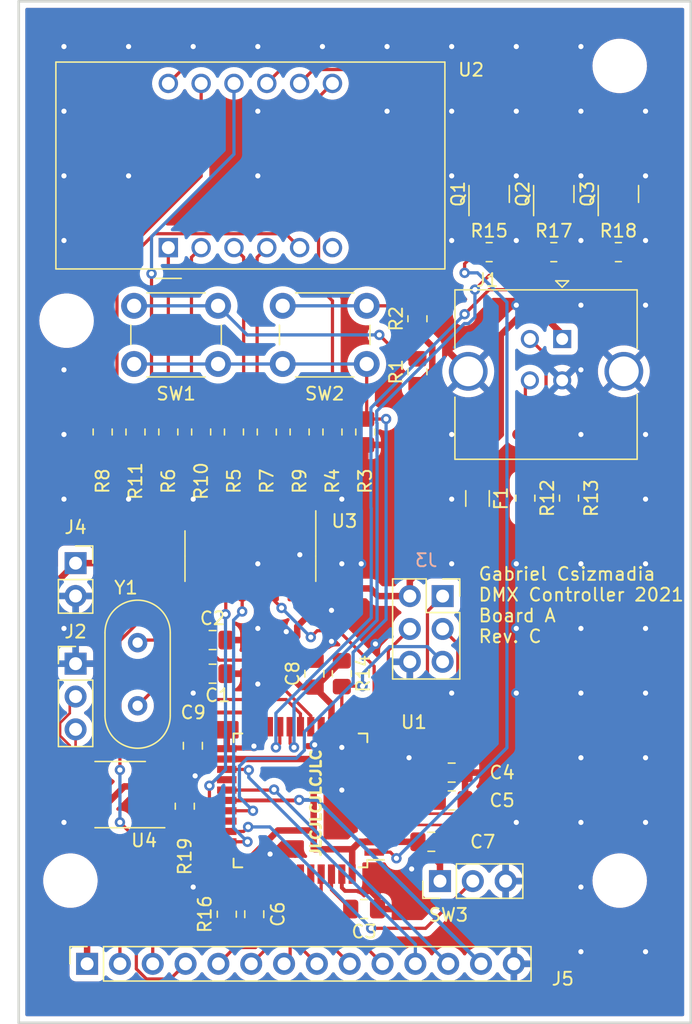
<source format=kicad_pcb>
(kicad_pcb (version 20210424) (generator pcbnew)
  (title_block (title "8 Channel DMX Controller Board 2") (rev "B") (comment 1 "Open source at GitHub: https://github.com/Gabriel-06/dmx-controller/") (comment 2 "Copyright 2021 Gabriel Csizmadia"))
  (layers (0 "F.Cu" signal) (31 "B.Cu" signal) (34 "B.Paste" user) (35 "F.Paste" user) (36 "B.SilkS" user "B.Silkscreen") (37 "F.SilkS" user "F.Silkscreen") (38 "B.Mask" user) (39 "F.Mask" user) (44 "Edge.Cuts" user))
  (net 0 "")
  (net 1 "Net-(C1-Pad1)")
  (net 2 "GND")
  (net 3 "Net-(C2-Pad1)")
  (net 4 "Net-(C3-Pad1)")
  (net 5 "Net-(C5-Pad1)")
  (net 6 "/XLR-")
  (net 7 "/XLR+")
  (net 8 "+5V")
  (net 9 "MISO")
  (net 10 "SCLK")
  (net 11 "RESET")
  (net 12 "A8")
  (net 13 "A0")
  (net 14 "A1")
  (net 15 "A2")
  (net 16 "A3")
  (net 17 "A4")
  (net 18 "A5")
  (net 19 "A6")
  (net 20 "A7")
  (net 21 "RCLK")
  (net 22 "MOSI")
  (net 23 "SRCLK")
  (net 24 "SER")
  (net 25 "Net-(F1-Pad1)")
  (net 26 "Net-(J1-Pad2)")
  (net 27 "A9")
  (net 28 "7SEG_B")
  (net 29 "Net-(J1-Pad3)")
  (net 30 "7SEG_D")
  (net 31 "Net-(R1-Pad2)")
  (net 32 "7SEG_F")
  (net 33 "Net-(R2-Pad2)")
  (net 34 "7SEG_DP")
  (net 35 "Net-(R4-Pad2)")
  (net 36 "7SEG_A")
  (net 37 "Net-(R5-Pad2)")
  (net 38 "7SEG_C")
  (net 39 "Net-(R6-Pad2)")
  (net 40 "7SEG_E")
  (net 41 "Net-(R7-Pad2)")
  (net 42 "7SEG_G")
  (net 43 "Net-(R8-Pad2)")
  (net 44 "Net-(R9-Pad2)")
  (net 45 "D+")
  (net 46 "D-")
  (net 47 "Net-(R10-Pad2)")
  (net 48 "Net-(R11-Pad2)")
  (net 49 "Net-(R16-Pad1)")
  (net 50 "CA3")
  (net 51 "Net-(SW3-Pad2)")
  (net 53 "CA2")
  (net 54 "CA1")
  (net 55 "Net-(U1-Pad12)")
  (net 57 "Net-(U1-Pad21)")
  (net 60 "Net-(Q1-Pad3)")
  (net 61 "Net-(Q2-Pad3)")
  (net 62 "Net-(Q3-Pad3)")
  (net 63 "Net-(Q1-Pad1)")
  (net 64 "Net-(Q2-Pad1)")
  (net 65 "Net-(Q3-Pad1)")
  (net 66 "Net-(R19-Pad1)")
  (footprint "MountingHole:MountingHole_3.2mm_M3" (layer "F.Cu") (at 210.5 129)
    (fp_text reference "H2" hide)
    (fp_text value "MountingHole")
  )
  (footprint "Package_TO_SOT_SMD:SOT-23" (layer "F.Cu") (at 205.4 138.9 90)
    (fp_text reference "Q2")
    (fp_text value "BC817")
  )
  (footprint "Capacitor_SMD:C_0805_2012Metric_Pad1.18x1.45mm_HandSolder" (layer "F.Cu") (at 186.875 176 90)
    (fp_text reference "C8")
    (fp_text value "100nF")
  )
  (footprint "Connector_PinSocket_2.54mm:PinSocket_1x14_P2.54mm_Vertical" (layer "F.Cu") (at 169.29 198.4375 90)
    (fp_text reference "J5")
    (fp_text value "Conn_01x14")
  )
  (footprint "Resistor_SMD:R_0805_2012Metric_Pad1.20x1.40mm_HandSolder" (layer "F.Cu") (at 189 176 -90)
    (fp_text reference "R14")
    (fp_text value "10k")
  )
  (footprint "Button_Switch_THT:SW_PUSH_6mm_H13mm" (layer "F.Cu") (at 190.925 152.05 180)
    (fp_text reference "SW2")
    (fp_text value "Down")
  )
  (footprint "Capacitor_SMD:C_0805_2012Metric_Pad1.18x1.45mm_HandSolder" (layer "F.Cu") (at 197.5 185.8)
    (fp_text reference "C5")
    (fp_text value "1uF")
  )
  (footprint "Connector_USB:USB_B_USB-B02" (layer "F.Cu") (at 206.05 150.1175)
    (fp_text reference "J1")
    (fp_text value "USB_B")
  )
  (footprint "Package_QFP:TQFP-44_10x10mm_P0.8mm" (layer "F.Cu") (at 185.8 185.8 180)
    (fp_text reference "U1")
    (fp_text value "ATmega32U4-A-Arduino")
  )
  (footprint "Capacitor_SMD:C_0805_2012Metric_Pad1.18x1.45mm_HandSolder" (layer "F.Cu") (at 182.225 194.6 -90)
    (fp_text reference "C6")
    (fp_text value "100nF")
  )
  (footprint "Package_SO:SOP-8_3.9x4.9mm_P1.27mm" (layer "F.Cu") (at 171.85 185.35 180)
    (fp_text reference "U4")
    (fp_text value "MAX485E")
  )
  (footprint "Resistor_SMD:R_0805_2012Metric_Pad1.20x1.40mm_HandSolder" (layer "F.Cu") (at 176.85 186.25 90)
    (fp_text reference "R19")
    (fp_text value "100")
  )
  (footprint "Display_7Segment:SP420401N" (layer "F.Cu") (at 175.575 143.05 90)
    (fp_text reference "U2")
    (fp_text value "SP420401N")
  )
  (footprint "Resistor_SMD:R_0805_2012Metric_Pad1.20x1.40mm_HandSolder" (layer "F.Cu") (at 173.035 157.306856 90)
    (fp_text reference "R11")
    (fp_text value "120")
  )
  (footprint "Resistor_SMD:R_0805_2012Metric_Pad1.20x1.40mm_HandSolder" (layer "F.Cu") (at 180.1 194.6 -90)
    (fp_text reference "R16")
    (fp_text value "10k")
  )
  (footprint "Resistor_SMD:R_0805_2012Metric_Pad1.20x1.40mm_HandSolder" (layer "F.Cu") (at 188.275 157.306856 90)
    (fp_text reference "R4")
    (fp_text value "120")
  )
  (footprint "Resistor_SMD:R_0805_2012Metric_Pad1.20x1.40mm_HandSolder" (layer "F.Cu") (at 194.85 152.65 90)
    (fp_text reference "R1")
    (fp_text value "9k")
  )
  (footprint "Resistor_SMD:R_0805_2012Metric_Pad1.20x1.40mm_HandSolder" (layer "F.Cu") (at 185.735 157.306856 90)
    (fp_text reference "R9")
    (fp_text value "120")
  )
  (footprint "Resistor_SMD:R_0805_2012Metric_Pad1.20x1.40mm_HandSolder" (layer "F.Cu") (at 180.655 157.306856 90)
    (fp_text reference "R5")
    (fp_text value "120")
  )
  (footprint "Resistor_SMD:R_0805_2012Metric_Pad1.20x1.40mm_HandSolder" (layer "F.Cu") (at 206.58 162.425 90)
    (fp_text reference "R13")
    (fp_text value "22")
  )
  (footprint "Capacitor_SMD:C_0805_2012Metric_Pad1.18x1.45mm_HandSolder" (layer "F.Cu") (at 179 173.4)
    (fp_text reference "C2")
    (fp_text value "22pf")
  )
  (footprint "MountingHole:MountingHole_3.2mm_M3" (layer "F.Cu") (at 210.5 192)
    (fp_text reference "H4" hide)
    (fp_text value "MountingHole")
  )
  (footprint "Package_TO_SOT_SMD:SOT-23" (layer "F.Cu") (at 200.4 138.9 90)
    (fp_text reference "Q1")
    (fp_text value "BC817")
  )
  (footprint "Resistor_SMD:R_0805_2012Metric_Pad1.20x1.40mm_HandSolder" (layer "F.Cu") (at 170.495 157.306856 90)
    (fp_text reference "R8")
    (fp_text value "120")
  )
  (footprint "Capacitor_SMD:C_0805_2012Metric_Pad1.18x1.45mm_HandSolder" (layer "F.Cu") (at 190.725 194.2)
    (fp_text reference "C3")
    (fp_text value "100nF")
  )
  (footprint "Resistor_SMD:R_0805_2012Metric_Pad1.20x1.40mm_HandSolder" (layer "F.Cu") (at 203.2 162.425 -90)
    (fp_text reference "R12")
    (fp_text value "22")
  )
  (footprint "Connector_PinSocket_2.54mm:PinSocket_1x02_P2.54mm_Vertical" (layer "F.Cu") (at 168.4 167.45)
    (fp_text reference "J4")
    (fp_text value "Battery")
  )
  (footprint "Crystal:Crystal_HC49-4H_Vertical" (layer "F.Cu") (at 173.2 178.48 90)
    (fp_text reference "Y1")
    (fp_text value "16MHz")
  )
  (footprint "MountingHole:MountingHole_3.2mm_M3" (layer "F.Cu") (at 168 192)
    (fp_text reference "H3" hide)
    (fp_text value "MountingHole")
  )
  (footprint "Resistor_SMD:R_0805_2012Metric_Pad1.20x1.40mm_HandSolder" (layer "F.Cu") (at 183.195 157.306856 90)
    (fp_text reference "R7")
    (fp_text value "120")
  )
  (footprint "Capacitor_SMD:C_0805_2012Metric_Pad1.18x1.45mm_HandSolder" (layer "F.Cu") (at 197.5 183.65)
    (fp_text reference "C4")
    (fp_text value "10uF")
  )
  (footprint "Capacitor_SMD:C_0805_2012Metric_Pad1.18x1.45mm_HandSolder" (layer "F.Cu") (at 179 176)
    (fp_text reference "C1")
    (fp_text value "22pf")
  )
  (footprint "Resistor_SMD:R_0805_2012Metric_Pad1.20x1.40mm_HandSolder" (layer "F.Cu") (at 178.115 157.306856 90)
    (fp_text reference "R10")
    (fp_text value "120")
  )
  (footprint "MountingHole:MountingHole_3.2mm_M3" (layer "F.Cu") (at 167.7 148.7)
    (fp_text reference "H1" hide)
    (fp_text value "MountingHole")
  )
  (footprint "Connector_PinHeader_2.54mm:PinHeader_1x03_P2.54mm_Vertical" (layer "F.Cu") (at 196.595 192.04 90)
    (fp_text reference "SW3")
    (fp_text value "Mode Switch")
  )
  (footprint "Resistor_SMD:R_0805_2012Metric_Pad1.20x1.40mm_HandSolder" (layer "F.Cu") (at 194.85 148.55 90)
    (fp_text reference "R2")
    (fp_text value "10k")
  )
  (footprint "Resistor_SMD:R_0805_2012Metric_Pad1.20x1.40mm_HandSolder" (layer "F.Cu") (at 205.4 143.4)
    (fp_text reference "R17")
    (fp_text value "4k")
  )
  (footprint "Resistor_SMD:R_0805_2012Metric_Pad1.20x1.40mm_HandSolder" (layer "F.Cu") (at 200.4 143.4)
    (fp_text reference "R15")
    (fp_text value "4k")
  )
  (footprint "Resistor_SMD:R_0805_2012Metric_Pad1.20x1.40mm_HandSolder" (layer "F.Cu") (at 210.4 143.4)
    (fp_text reference "R18")
    (fp_text value "4k")
  )
  (footprint "Connector_PinSocket_2.54mm:PinSocket_2x03_P2.54mm_Vertical" (layer "F.Cu") (at 196.8 170)
    (fp_text reference "J3")
    (fp_text value "ICSP")
  )
  (footprint "Button_Switch_THT:SW_PUSH_6mm_H13mm" (layer "F.Cu") (at 179.425 152.05 180)
    (fp_text reference "SW1")
    (fp_text value "Up")
  )
  (footprint "Resistor_SMD:R_0805_2012Metric_Pad1.20x1.40mm_HandSolder" (layer "F.Cu") (at 175.575 157.306856 90)
    (fp_text reference "R6")
    (fp_text value "120")
  )
  (footprint "Connector_PinHeader_2.54mm:PinHeader_1x03_P2.54mm_Vertical" (layer "F.Cu") (at 168.4 175.225)
    (fp_text reference "J2")
    (fp_text value "XLR5")
  )
  (footprint "Capacitor_SMD:C_0805_2012Metric_Pad1.18x1.45mm_HandSolder" (layer "F.Cu") (at 195.925 189)
    (fp_text reference "C7")
    (fp_text value "100nF")
  )
  (footprint "Fuse:Fuse_1206_3216Metric_Pad1.42x1.75mm_HandSolder" (layer "F.Cu") (at 199.5 162.45 -90)
    (fp_text reference "F1")
    (fp_text value "500mA")
  )
  (footprint "Package_SO:SOP-16_3.9x9.9mm_P1.27mm" (layer "F.Cu") (at 181.925 166.906856 -90)
    (fp_text reference "U3")
    (fp_text value "74HC595")
  )
  (footprint "Capacitor_SMD:C_0805_2012Metric_Pad1.18x1.45mm_HandSolder" (layer "F.Cu") (at 177.475 181.575 90)
    (fp_text reference "C9")
    (fp_text value "100nF")
  )
  (footprint "Package_TO_SOT_SMD:SOT-23" (layer "F.Cu") (at 210.4 138.9 90)
    (fp_text reference "Q3")
    (fp_text value "BC817")
  )
  (footprint "Resistor_SMD:R_0805_2012Metric_Pad1.20x1.40mm_HandSolder" (layer "F.Cu") (at 190.815 157.306856 -90)
    (fp_text reference "R3")
    (fp_text value "100k")
  )
  (gr_line (start 216 124) (end 216 203) (layer "Edge.Cuts") (width 0.2))
  (gr_line (start 216 203) (end 164 203) (layer "Edge.Cuts") (width 0.2))
  (gr_line (start 164 203) (end 164 124) (layer "Edge.Cuts") (width 0.2))
  (gr_line (start 164 124) (end 216 124) (layer "Edge.Cuts") (width 0.2))
  (gr_text "JLCJLCJLCJLC\n" (at 187 186 90) (layer "F.SilkS") (effects (font (size 0.8 0.8) (thickness 0.2))))
  (gr_text "Gabriel Csizmadia\nDMX Controller 2021\nBoard A\nRev. C" (at 199.491589 170.7) (layer "F.SilkS") (effects (font (size 1 1)) (justify left)))
  (segment (start 185.8 180.1) (end 185.8 179.1) (width 0.25) (layer "F.Cu") (net 1))
  (segment (start 184.7 178) (end 179.2375 178) (width 0.25) (layer "F.Cu") (net 1))
  (segment (start 175.68 176) (end 173.2 178.48) (width 0.25) (layer "F.Cu") (net 1))
  (segment (start 185.8 179.1) (end 184.7 178) (width 0.25) (layer "F.Cu") (net 1))
  (segment (start 177.9625 176.725) (end 177.9625 176) (width 0.25) (layer "F.Cu") (net 1))
  (segment (start 177.9625 176) (end 175.68 176) (width 0.25) (layer "F.Cu") (net 1))
  (segment (start 177.9625 176.03654) (end 177.9625 176.2) (width 0.25) (layer "F.Cu") (net 1))
  (segment (start 179.2375 178) (end 177.9625 176.725) (width 0.25) (layer "F.Cu") (net 1))
  (segment (start 186.7 181.7) (end 187.4 181) (width 0.3) (layer "F.Cu") (net 2))
  (segment (start 189 185.15) (end 189 185) (width 0.3) (layer "F.Cu") (net 2))
  (segment (start 191.5 186.6) (end 190.45 186.6) (width 0.3) (layer "F.Cu") (net 2))
  (segment (start 189.25 192.8) (end 191.1 192.8) (width 0.3) (layer "F.Cu") (net 2))
  (segment (start 174.475 185.985) (end 176.115 185.985) (width 0.3) (layer "F.Cu") (net 2))
  (segment (start 183.225978 189.95) (end 182.6 190.575978) (width 0.3) (layer "F.Cu") (net 2))
  (segment (start 191.7625 193.4625) (end 191.7625 194.2) (width 0.3) (layer "F.Cu") (net 2))
  (segment (start 182 181.8) (end 182.2 181.6) (width 0.3) (layer "F.Cu") (net 2))
  (segment (start 178.7375 181.8) (end 177.475 180.5375) (width 0.3) (layer "F.Cu") (net 2))
  (segment (start 186.875 174.825) (end 188.2 173.5) (width 0.3) (layer "F.Cu") (net 2))
  (segment (start 189 192.55) (end 189.25 192.8) (width 0.3) (layer "F.Cu") (net 2))
  (segment (start 190.45 186.6) (end 189 185.15) (width 0.3) (layer "F.Cu") (net 2))
  (segment (start 176.85 185.25) (end 176.85 184.7) (width 0.3) (layer "F.Cu") (net 2))
  (segment (start 187.4 181) (end 187.4 180.1) (width 0.3) (layer "F.Cu") (net 2))
  (segment (start 176.85 184.7) (end 177.65 183.9) (width 0.3) (layer "F.Cu") (net 2))
  (segment (start 176.115 185.985) (end 176.85 185.25) (width 0.3) (layer "F.Cu") (net 2))
  (segment (start 180.1 181.8) (end 182 181.8) (width 0.3) (layer "F.Cu") (net 2))
  (segment (start 183.45 189.95) (end 183.225978 189.95) (width 0.3) (layer "F.Cu") (net 2))
  (segment (start 180.1 181.8) (end 178.7375 181.8) (width 0.3) (layer "F.Cu") (net 2))
  (segment (start 189 191.5) (end 189 192.55) (width 0.3) (layer "F.Cu") (net 2))
  (segment (start 186.875 174.9625) (end 186.875 174.825) (width 0.3) (layer "F.Cu") (net 2))
  (segment (start 182.6 190.575978) (end 182.6 191.5) (width 0.3) (layer "F.Cu") (net 2))
  (segment (start 191.1 192.8) (end 191.7625 193.4625) (width 0.3) (layer "F.Cu") (net 2))
  (via (at 212.5 177.5) (size 0.8) (drill 0.4) (layers "F.Cu" "B.Cu") (net 2))
  (via (at 186.9 181.5) (size 0.8) (drill 0.4) (layers "F.Cu" "B.Cu") (net 2))
  (via (at 207.5 182.5) (size 0.8) (drill 0.4) (layers "F.Cu" "B.Cu") (net 2))
  (via (at 185.75 166.8) (size 0.8) (drill 0.4) (layers "F.Cu" "B.Cu") (net 2))
  (via (at 202.5 187.5) (size 0.8) (drill 0.4) (layers "F.Cu" "B.Cu") (net 2))
  (via (at 189 181.7) (size 0.8) (drill 0.4) (layers "F.Cu" "B.Cu") (net 2))
  (via (at 212.5 132.5) (size 0.8) (drill 0.4) (layers "F.Cu" "B.Cu") (net 2))
  (via (at 207.5 177.5) (size 0.8) (drill 0.4) (layers "F.Cu" "B.Cu") (net 2))
  (via (at 190.5 167.5) (size 0.8) (drill 0.4) (layers "F.Cu" "B.Cu") (net 2))
  (via (at 172.5 162.5) (size 0.8) (drill 0.4) (layers "F.Cu" "B.Cu") (net 2))
  (via (at 172.5 137.5) (size 0.8) (drill 0.4) (layers "F.Cu" "B.Cu") (net 2))
  (via (at 197.5 127.5) (size 0.8) (drill 0.4) (layers "F.Cu" "B.Cu") (net 2))
  (via (at 189 185) (size 0.8) (drill 0.4) (layers "F.Cu" "B.Cu") (net 2))
  (via (at 207.5 157.5) (size 0.8) (drill 0.4) (layers "F.Cu" "B.Cu") (net 2))
  (via (at 182.5 137.5) (size 0.8) (drill 0.4) (layers "F.Cu" "B.Cu") (net 2))
  (via (at 197.5 177.5) (size 0.8) (drill 0.4) (layers "F.Cu" "B.Cu") (net 2))
  (via (at 207.5 187.5) (size 0.8) (drill 0.4) (layers "F.Cu" "B.Cu") (net 2))
  (via (at 197.5 132.5) (size 0.8) (drill 0.4) (layers "F.Cu" "B.Cu") (net 2))
  (via (at 197.5 142.5) (size 0.8) (drill 0.4) (layers "F.Cu" "B.Cu") (net 2))
  (via (at 182.2 181.6) (size 0.8) (drill 0.4) (layers "F.Cu" "B.Cu") (net 2))
  (via (at 192.5 132.5) (size 0.8) (drill 0.4) (layers "F.Cu" "B.Cu") (net 2))
  (via (at 212.5 187.5) (size 0.8) (drill 0.4) (layers "F.Cu" "B.Cu") (net 2))
  (via (at 197.5 157.5) (size 0.8) (drill 0.4) (layers "F.Cu" "B.Cu") (net 2))
  (via (at 167.5 127.5) (size 0.8) (drill 0.4) (layers "F.Cu" "B.Cu") (net 2))
  (via (at 182.5 167.5) (size 0.8) (drill 0.4) (layers "F.Cu" "B.Cu") (net 2))
  (via (at 212.5 162.5) (size 0.8) (drill 0.4) (layers "F.Cu" "B.Cu") (net 2))
  (via (at 207.5 127.5) (size 0.8) (drill 0.4) (layers "F.Cu" "B.Cu") (net 2))
  (via (at 197.5 137.5) (size 0.8) (drill 0.4) (layers "F.Cu" "B.Cu") (net 2))
  (via (at 177.5 162.5) (size 0.8) (drill 0.4) (layers "F.Cu" "B.Cu") (net 2))
  (via (at 177.65 183.9) (size 0.8) (drill 0.4) (layers "F.Cu" "B.Cu") (net 2))
  (via (at 187.5 127.5) (size 0.8) (drill 0.4) (layers "F.Cu" "B.Cu") (net 2))
  (via (at 202.5 167.5) (size 0.8) (drill 0.4) (layers "F.Cu" "B.Cu") (net 2))
  (via (at 167.5 142.5) (size 0.8) (drill 0.4) (layers "F.Cu" "B.Cu") (net 2))
  (via (at 212.5 147.5) (size 0.8) (drill 0.4) (layers "F.Cu" "B.Cu") (net 2))
  (via (at 172.5 127.5) (size 0.8) (drill 0.4) (layers "F.Cu" "B.Cu") (net 2))
  (via (at 207.5 142.5) (size 0.8) (drill 0.4) (layers "F.Cu" "B.Cu") (net 2))
  (via (at 183.45 189.95) (size 0.8) (drill 0.4) (layers "F.Cu" "B.Cu") (net 2))
  (via (at 202.5 147.5) (size 0.8) (drill 0.4) (layers "F.Cu" "B.Cu") (net 2))
  (via (at 202.5 177.5) (size 0.8) (drill 0.4) (layers "F.Cu" "B.Cu") (net 2))
  (via (at 167.5 137.5) (size 0.8) (drill 0.4) (layers "F.Cu" "B.Cu") (net 2))
  (via (at 191.6 173.7) (size 0.8) (drill 0.4) (layers "F.Cu" "B.Cu") (net 2))
  (via (at 202.5 132.5) (size 0.8) (drill 0.4) (layers "F.Cu" "B.Cu") (net 2))
  (via (at 167.5 157.5) (size 0.8) (drill 0.4) (layers "F.Cu" "B.Cu") (net 2))
  (via (at 212.5 182.5) (size 0.8) (drill 0.4) (layers "F.Cu" "B.Cu") (net 2))
  (via (at 207.5 132.5) (size 0.8) (drill 0.4) (layers "F.Cu" "B.Cu") (net 2))
  (via (at 212.5 197.5) (size 0.8) (drill 0.4) (layers "F.Cu" "B.Cu") (net 2))
  (via (at 207.5 167.5) (size 0.8) (drill 0.4) (layers "F.Cu" "B.Cu") (net 2))
  (via (at 189 162.5) (size 0.8) (drill 0.4) (layers "F.Cu" "B.Cu") (net 2))
  (via (at 167.5 172.5) (size 0.8) (drill 0.4) (layers "F.Cu" "B.Cu") (net 2))
  (via (at 207.5 152.5) (size 0.8) (drill 0.4) (layers "F.Cu" "B.Cu") (net 2))
  (via (at 167.5 162.5) (size 0.8) (drill 0.4) (layers "F.Cu" "B.Cu") (net 2))
  (via (at 177.5 127.5) (size 0.8) (drill 0.4) (layers "F.Cu" "B.Cu") (net 2))
  (via (at 182.5 132.5) (size 0.8) (drill 0.4) (layers "F.Cu" "B.Cu") (net 2))
  (via (at 207.5 137.5) (size 0.8) (drill 0.4) (layers "F.Cu" "B.Cu") (net 2))
  (via (at 189 167.5) (size 0.8) (drill 0.4) (layers "F.Cu" "B.Cu") (net 2))
  (via (at 202.5 172.5) (size 0.8) (drill 0.4) (layers "F.Cu" "B.Cu") (net 2))
  (via (at 212.5 157.5) (size 0.8) (drill 0.4) (layers "F.Cu" "B.Cu") (net 2))
  (via (at 192.5 127.5) (size 0.8) (drill 0.4) (layers "F.Cu" "B.Cu") (net 2))
  (via (at 202.5 137.5) (size 0.8) (drill 0.4) (layers "F.Cu" "B.Cu") (net 2))
  (via (at 177.5 192.5) (size 0.8) (drill 0.4) (layers "F.Cu" "B.Cu") (net 2))
  (via (at 212.5 167.5) (size 0.8) (drill 0.4) (layers "F.Cu" "B.Cu") (net 2))
  (via (at 212.5 142.5) (size 0.8) (drill 0.4) (layers "F.Cu" "B.Cu") (net 2))
  (via (at 207.5 147.5) (size 0.8) (drill 0.4) (layers "F.Cu" "B.Cu") (net 2))
  (via (at 188.2 171.1) (size 0.8) (drill 0.4) (layers "F.Cu" "B.Cu") (net 2))
  (via (at 207.5 192.5) (size 0.8) (drill 0.4) (layers "F.Cu" "B.Cu") (net 2))
  (via (at 212.5 137.5) (size 0.8) (drill 0.4) (layers "F.Cu" "B.Cu") (net 2))
  (via (at 207.5 197.5) (size 0.8) (drill 0.4) (layers "F.Cu" "B.Cu") (net 2))
  (via (at 197.5 167.5) (size 0.8) (drill 0.4) (layers "F.Cu" "B.Cu") (net 2))
  (via (at 182.5 127.5) (size 0.8) (drill 0.4) (layers "F.Cu" "B.Cu") (net 2))
  (via (at 197.5 162.5) (size 0.8) (drill 0.4) (layers "F.Cu" "B.Cu") (net 2))
  (via (at 194.4 191.1) (size 0.8) (drill 0.4) (layers "F.Cu" "B.Cu") (net 2))
  (via (at 202.5 127.5) (size 0.8) (drill 0.4) (layers "F.Cu" "B.Cu") (net 2))
  (via (at 194.2 182.5) (size 0.8) (drill 0.4) (layers "F.Cu" "B.Cu") (net 2))
  (via (at 182.5 172.5) (size 0.8) (drill 0.4) (layers "F.Cu" "B.Cu") (net 2))
  (via (at 212.5 172.5) (size 0.8) (drill 0.4) (layers "F.Cu" "B.Cu") (net 2))
  (via (at 177.5 177.5) (size 0.8) (drill 0.4) (layers "F.Cu" "B.Cu") (net 2))
  (via (at 184.7 172.75) (size 0.8) (drill 0.4) (layers "F.Cu" "B.Cu") (net 2))
  (via (at 202.5 142.5) (size 0.8) (drill 0.4) (layers "F.Cu" "B.Cu") (net 2))
  (via (at 167.5 152.5) (size 0.8) (drill 0.4) (layers "F.Cu" "B.Cu") (net 2))
  (via (at 188.2 173.5) (size 0.8) (drill 0.4) (layers "F.Cu" "B.Cu") (net 2))
  (via (at 167.5 132.5) (size 0.8) (drill 0.4) (layers "F.Cu" "B.Cu") (net 2))
  (via (at 167.5 187.5) (size 0.8) (drill 0.4) (layers "F.Cu" "B.Cu") (net 2))
  (via (at 207.5 172.5) (size 0.8) (drill 0.4) (layers "F.Cu" "B.Cu") (net 2))
  (via (at 182.5 176.8) (size 0.8) (drill 0.4) (layers "F.Cu" "B.Cu") (net 2))
  (segment (start 177.9625 173.4) (end 179.51298 174.95048) (width 0.25) (layer "F.Cu") (net 3))
  (segment (start 173.4 173.4) (end 173.2 173.6) (width 0.25) (layer "F.Cu") (net 3))
  (segment (start 179.51298 174.95048) (end 182.286198 174.95048) (width 0.25) (layer "F.Cu") (net 3))
  (segment (start 182.286198 174.95048) (end 186.6 179.264282) (width 0.25) (layer "F.Cu") (net 3))
  (segment (start 177.9625 173.4) (end 173.4 173.4) (width 0.25) (layer "F.Cu") (net 3))
  (segment (start 186.6 179.264282) (end 186.6 180.1) (width 0.25) (layer "F.Cu") (net 3))
  (segment (start 188.2 192.7125) (end 189.6875 194.2) (width 0.25) (layer "F.Cu") (net 4))
  (segment (start 188.2 191.5) (end 188.2 192.7125) (width 0.25) (layer "F.Cu") (net 4))
  (segment (start 191.5 185.8) (end 196.4625 185.8) (width 0.25) (layer "F.Cu") (net 5))
  (segment (start 167.200489 179.808145) (end 167.95 179.058634) (width 0.2) (layer "F.Cu") (net 6))
  (segment (start 169.225 185.985) (end 168.60452 185.36452) (width 0.2) (layer "F.Cu") (net 6))
  (segment (start 168.05048 184.81048) (end 167.650489 184.410489) (width 0.2) (layer "F.Cu") (net 6))
  (segment (start 167.95 179.058634) (end 167.95 178.215) (width 0.2) (layer "F.Cu") (net 6))
  (segment (start 168.60452 185.36452) (end 168.33602 185.36452) (width 0.2) (layer "F.Cu") (net 6))
  (segment (start 168.05048 185.07898) (end 168.05048 184.81048) (width 0.2) (layer "F.Cu") (net 6))
  (segment (start 167.95 182.615828) (end 167.95 181.551366) (width 0.2) (layer "F.Cu") (net 6))
  (segment (start 168.33602 185.36452) (end 168.05048 185.07898) (width 0.2) (layer "F.Cu") (net 6))
  (segment (start 167.95 178.215) (end 168.4 177.765) (width 0.2) (layer "F.Cu") (net 6))
  (segment (start 167.650489 184.410489) (end 167.650489 182.915339) (width 0.2) (layer "F.Cu") (net 6))
  (segment (start 167.200489 180.801855) (end 167.200489 179.808145) (width 0.2) (layer "F.Cu") (net 6))
  (segment (start 167.650489 182.915339) (end 167.95 182.615828) (width 0.2) (layer "F.Cu") (net 6))
  (segment (start 167.95 181.551366) (end 167.200489 180.801855) (width 0.2) (layer "F.Cu") (net 6))
  (segment (start 168.356732 182.84548) (end 168.4 182.84548) (width 0.2) (layer "F.Cu") (net 7))
  (segment (start 169.225 184.715) (end 168.591397 184.715) (width 0.2) (layer "F.Cu") (net 7))
  (segment (start 168.10048 183.101732) (end 168.356732 182.84548) (width 0.2) (layer "F.Cu") (net 7))
  (segment (start 168.591397 184.715) (end 168.10048 184.224083) (width 0.2) (layer "F.Cu") (net 7))
  (segment (start 168.10048 184.224083) (end 168.10048 183.101732) (width 0.2) (layer "F.Cu") (net 7))
  (segment (start 168.4 182.84548) (end 168.4 180.305) (width 0.2) (layer "F.Cu") (net 7))
  (segment (start 188.2 181.401391) (end 188.2 180.1) (width 0.5) (layer "F.Cu") (net 8))
  (segment (start 181.8 190.375978) (end 184.051956 188.124022) (width 0.5) (layer "F.Cu") (net 8))
  (segment (start 196.595 192.04) (end 196.595 190.7075) (width 0.5) (layer "F.Cu") (net 8))
  (segment (start 187.001391 182.6) (end 188.2 181.401391) (width 0.5) (layer "F.Cu") (net 8))
  (segment (start 186.875 177.0375) (end 185.8625 177.0375) (width 0.5) (layer "F.Cu") (net 8))
  (segment (start 186.9625 177.0375) (end 189 175) (width 0.5) (layer "F.Cu") (net 8))
  (segment (start 195.99952 150.69952) (end 194.85 149.55) (width 0.5) (layer "F.Cu") (net 8))
  (segment (start 185.8625 177.0375) (end 185.075 176.25) (width 0.5) (layer "F.Cu") (net 8))
  (segment (start 185.075 176.25) (end 185.075 173.576391) (width 0.5) (layer "F.Cu") (net 8))
  (segment (start 186.824022 189.500978) (end 186.899022 189.575978) (width 0.5) (layer "F.Cu") (net 8))
  (segment (start 190.375978 189) (end 191.5 189) (width 0.5) (layer "F.Cu") (net 8))
  (segment (start 170.3 188.4) (end 170.3 188.33) (width 0.5) (layer "F.Cu") (net 8))
  (segment (start 172 194) (end 172 190.1) (width 0.5) (layer "F.Cu") (net 8))
  (segment (start 181.8 193.1375) (end 182.225 193.5625) (width 0.5) (layer "F.Cu") (net 8))
  (segment (start 186.37 169.406856) (end 191.206856 169.406856) (width 0.5) (layer "F.Cu") (net 8))
  (segment (start 174.475 184.715) (end 172.17492 184.715) (width 0.5) (layer "F.Cu") (net 8))
  (segment (start 172 190.1) (end 170.3 188.4) (width 0.5) (layer "F.Cu") (net 8))
  (segment (start 170.3 188.33) (end 169.225 187.255) (width 0.5) (layer "F.Cu") (net 8))
  (segment (start 196.4625 183.65) (end 199.5 180.6125) (width 0.5) (layer "F.Cu") (net 8))
  (segment (start 186.899022 189.575978) (end 189.8 189.575978) (width 0.5) (layer "F.Cu") (net 8))
  (segment (start 184.051956 188.124022) (end 186.824022 188.124022) (width 0.5) (layer "F.Cu") (net 8))
  (segment (start 199.5 163.9375) (end 194.9625 163.9375) (width 0.5) (layer "F.Cu") (net 8))
  (segment (start 174.475 184.715) (end 175.3725 184.715) (width 0.5) (layer "F.Cu") (net 8))
  (segment (start 186.824022 182.6) (end 186.824022 188.124022) (width 0.5) (layer "F.Cu") (net 8))
  (segment (start 168.81508 187.255) (end 169.225 187.255) (width 0.5) (layer "F.Cu") (net 8))
  (segment (start 186.824022 182.6) (end 187.001391 182.6) (width 0.5) (layer "F.Cu") (net 8))
  (segment (start 195.99952 152.50048) (end 195.99952 150.69952) (width 0.5) (layer "F.Cu") (net 8))
  (segment (start 178.75 168.406856) (end 177.793144 167.45) (width 0.5) (layer "F.Cu") (net 8))
  (segment (start 166.650489 169.199511) (end 166.650489 185.090409) (width 0.5) (layer "F.Cu") (net 8))
  (segment (start 191.5 185) (end 195.1125 185) (width 0.5) (layer "F.Cu") (net 8))
  (segment (start 177.793144 167.45) (end 168.4 167.45) (width 0.5) (layer "F.Cu") (net 8))
  (segment (start 172.17492 184.715) (end 169.63492 187.255) (width 0.5) (layer "F.Cu") (net 8))
  (segment (start 168.4 167.45) (end 166.650489 169.199511) (width 0.5) (layer "F.Cu") (net 8))
  (segment (start 169.29 198.4375) (end 169.29 196.71) (width 0.5) (layer "F.Cu") (net 8))
  (segment (start 185.075 173.576391) (end 185.549511 173.10188) (width 0.5) (layer "F.Cu") (net 8))
  (segment (start 178.75 169.406856) (end 178.75 168.406856) (width 0.5) (layer "F.Cu") (net 8))
  (segment (start 194.85 164.05) (end 194.85 168.2075) (width 0.5) (layer "F.Cu") (net 8))
  (segment (start 191.206856 169.406856) (end 191.8 170) (width 0.5) (layer "F.Cu") (net 8))
  (segment (start 186.37 171.53) (end 186.37 169.406856) (width 0.5) (layer "F.Cu") (net 8))
  (segment (start 186.824022 182.6) (end 180.1 182.6) (width 0.5) (layer "F.Cu") (net 8))
  (segment (start 185.549511 173.10188) (end 185.549511 172.350489) (width 0.5) (layer "F.Cu") (net 8))
  (segment (start 196.595 190.7075) (end 194.8875 189) (width 0.5) (layer "F.Cu") (net 8))
  (segment (start 186.824022 188.124022) (end 186.824022 189.500978) (width 0.5) (layer "F.Cu") (net 8))
  (segment (start 194.26 170) (end 194.26 168.7975) (width 0.5) (layer "F.Cu") (net 8))
  (segment (start 177.4875 182.6) (end 177.475 182.6125) (width 0.5) (layer "F.Cu") (net 8))
  (segment (start 185.549511 172.350489) (end 186.37 171.53) (width 0.5) (layer "F.Cu") (net 8))
  (segment (start 169.63492 187.255) (end 169.225 187.255) (width 0.5) (layer "F.Cu") (net 8))
  (segment (start 188.2 180.1) (end 188.2 178.3625) (width 0.5) (layer "F.Cu") (net 8))
  (segment (start 166.650489 185.090409) (end 168.81508 187.255) (width 0.5) (layer "F.Cu") (net 8))
  (segment (start 191.5 189) (end 194.8875 189) (width 0.5) (layer "F.Cu") (net 8))
  (segment (start 194.26 168.7975) (end 194.85 168.2075) (width 0.5) (layer "F.Cu") (net 8))
  (segment (start 199.5 180.6125) (end 199.5 163.9375) (width 0.5) (layer "F.Cu") (net 8))
  (segment (start 194.9625 163.9375) (end 194.85 164.05) (width 0.5) (layer "F.Cu") (net 8))
  (segment (start 186.875 177.0375) (end 186.9625 177.0375) (width 0.5) (layer "F.Cu") (net 8))
  (segment (start 191.8 170) (end 194.26 170) (width 0.5) (layer "F.Cu") (net 8))
  (segment (start 195.1125 185) (end 196.4625 183.65) (width 0.5) (layer "F.Cu") (net 8))
  (segment (start 189.8 191.5) (end 189.8 189.575978) (width 0.5) (layer "F.Cu") (net 8))
  (segment (start 194.85 153.65) (end 194.85 164.05) (width 0.5) (layer "F.Cu") (net 8))
  (segment (start 181.8 191.5) (end 181.8 193.1375) (width 0.5) (layer "F.Cu") (net 8))
  (segment (start 194.85 153.65) (end 195.99952 152.50048) (width 0.5) (layer "F.Cu") (net 8))
  (segment (start 169.29 196.71) (end 172 194) (width 0.5) (layer "F.Cu") (net 8))
  (segment (start 188.2 178.3625) (end 186.875 177.0375) (width 0.5) (layer "F.Cu") (net 8))
  (segment (start 175.3725 184.715) (end 177.475 182.6125) (width 0.5) (layer "F.Cu") (net 8))
  (segment (start 189.8 189.575978) (end 190.375978 189) (width 0.5) (layer "F.Cu") (net 8))
  (segment (start 180.1 182.6) (end 177.4875 182.6) (width 0.5) (layer "F.Cu") (net 8))
  (segment (start 181.8 191.5) (end 181.8 190.375978) (width 0.5) (layer "F.Cu") (net 8))
  (segment (start 191.5 181.8) (end 191.5 180.6625) (width 0.25) (layer "F.Cu") (net 9))
  (segment (start 191.5 180.6625) (end 194.21 177.9525) (width 0.25) (layer "F.Cu") (net 9))
  (segment (start 195.625489 171.174511) (end 195.625489 176.537011) (width 0.25) (layer "F.Cu") (net 9))
  (segment (start 196.8 170) (end 195.625489 171.174511) (width 0.25) (layer "F.Cu") (net 9))
  (segment (start 195.625489 176.537011) (end 194.21 177.9525) (width 0.25) (layer "F.Cu") (net 9))
  (segment (start 196.8 172.54) (end 197.974511 173.714511) (width 0.25) (layer "F.Cu") (net 10))
  (segment (start 197.974511 176.000875) (end 193 180.975386) (width 0.25) (layer "F.Cu") (net 10))
  (segment (start 193 180.975386) (end 193 182.6625) (width 0.25) (layer "F.Cu") (net 10))
  (segment (start 193 182.6625) (end 192.2625 183.4) (width 0.25) (layer "F.Cu") (net 10))
  (segment (start 197.974511 173.714511) (end 197.974511 176.000875) (width 0.25) (layer "F.Cu") (net 10))
  (segment (start 192.2625 183.4) (end 191.5 183.4) (width 0.25) (layer "F.Cu") (net 10))
  (segment (start 189 177) (end 189 180.1) (width 0.25) (layer "F.Cu") (net 11))
  (segment (start 189.0375 176.9625) (end 189 177) (width 0.25) (layer "F.Cu") (net 11))
  (segment (start 190.6 176.9625) (end 189.0375 176.9625) (width 0.25) (layer "F.Cu") (net 11))
  (via (at 190.6 176.9625) (size 0.8) (drill 0.4) (layers "F.Cu" "B.Cu") (net 11))
  (segment (start 196.8 175.08) (end 195.625489 173.905489) (width 0.25) (layer "B.Cu") (net 11))
  (segment (start 190.6 176) (end 190.6 176.9625) (width 0.25) (layer "B.Cu") (net 11))
  (segment (start 195.625489 173.905489) (end 192.694511 173.905489) (width 0.25) (layer "B.Cu") (net 11))
  (segment (start 192.694511 173.905489) (end 190.6 176) (width 0.25) (layer "B.Cu") (net 11))
  (segment (start 180.1 185.8) (end 181.6375 185.8) (width 0.3) (layer "F.Cu") (net 12))
  (segment (start 185.6625 185.8) (end 185.7 185.7625) (width 0.3) (layer "F.Cu") (net 12))
  (segment (start 181.6375 185.8) (end 185.6625 185.8) (width 0.3) (layer "F.Cu") (net 12))
  (via (at 185.7 185.7625) (size 0.8) (drill 0.4) (layers "F.Cu" "B.Cu") (net 12))
  (segment (start 187.095 185.7625) (end 199.77 198.4375) (width 0.3) (layer "B.Cu") (net 12))
  (segment (start 185.7 185.7625) (end 187.095 185.7625) (width 0.3) (layer "B.Cu") (net 12))
  (segment (start 180.7125 197.175) (end 179.45 198.4375) (width 0.25) (layer "F.Cu") (net 13))
  (segment (start 182.319566 197.175) (end 180.7125 197.175) (width 0.25) (layer "F.Cu") (net 13))
  (segment (start 183.4 196.094566) (end 182.319566 197.175) (width 0.25) (layer "F.Cu") (net 13))
  (segment (start 183.4 191.5) (end 183.4 196.094566) (width 0.25) (layer "F.Cu") (net 13))
  (segment (start 181.99 198.4375) (end 184.2 196.2275) (width 0.25) (layer "F.Cu") (net 14))
  (segment (start 184.2 196.2275) (end 184.2 191.5) (width 0.25) (layer "F.Cu") (net 14))
  (segment (start 184.53 198.4375) (end 185 197.9675) (width 0.25) (layer "F.Cu") (net 15))
  (segment (start 185 197.9675) (end 185 191.5) (width 0.25) (layer "F.Cu") (net 15))
  (segment (start 187.07 198.4375) (end 185.8 197.1675) (width 0.25) (layer "F.Cu") (net 16))
  (segment (start 185.8 197.1675) (end 185.8 191.5) (width 0.25) (layer "F.Cu") (net 16))
  (segment (start 186.6 195.4275) (end 186.6 191.5) (width 0.25) (layer "F.Cu") (net 17))
  (segment (start 189.61 198.4375) (end 186.6 195.4275) (width 0.25) (layer "F.Cu") (net 17))
  (segment (start 192.15 198.4375) (end 187.4 193.6875) (width 0.25) (layer "F.Cu") (net 18))
  (segment (start 187.4 193.6875) (end 187.4 191.5) (width 0.25) (layer "F.Cu") (net 18))
  (segment (start 180.1 183.4) (end 181.7505 183.4) (width 0.25) (layer "F.Cu") (net 19))
  (segment (start 181.7505 183.4) (end 181.8 183.4495) (width 0.25) (layer "F.Cu") (net 19))
  (via (at 181.8 183.4495) (size 0.8) (drill 0.4) (layers "F.Cu" "B.Cu") (net 19))
  (segment (start 194.69 196.922114) (end 194.69 198.4375) (width 0.25) (layer "B.Cu") (net 19))
  (segment (start 181.8 184.032114) (end 194.69 196.922114) (width 0.25) (layer "B.Cu") (net 19))
  (segment (start 181.8 183.4495) (end 181.8 184.032114) (width 0.25) (layer "B.Cu") (net 19))
  (segment (start 180.1 185) (end 183.7175 185) (width 0.25) (layer "F.Cu") (net 20))
  (segment (start 183.7175 185) (end 183.755 184.9625) (width 0.25) (layer "F.Cu") (net 20))
  (via (at 183.755 184.9625) (size 0.8) (drill 0.4) (layers "F.Cu" "B.Cu") (net 20))
  (segment (start 183.755 184.9625) (end 197.23 198.4375) (width 0.25) (layer "B.Cu") (net 20))
  (segment (start 181.29 169.406856) (end 181.29 171.19) (width 0.25) (layer "F.Cu") (net 21))
  (segment (start 174.37 193.73) (end 179.1 189) (width 0.25) (layer "F.Cu") (net 21))
  (segment (start 181.7 189) (end 180.1 189) (width 0.25) (layer "F.Cu") (net 21))
  (segment (start 174.37 198.4375) (end 174.37 193.73) (width 0.25) (layer "F.Cu") (net 21))
  (segment (start 179.1 189) (end 180.1 189) (width 0.25) (layer "F.Cu") (net 21))
  (via (at 181.29 171.19) (size 0.8) (drill 0.4) (layers "F.Cu" "B.Cu") (net 21))
  (via (at 181.7 189) (size 0.8) (drill 0.4) (layers "F.Cu" "B.Cu") (net 21))
  (segment (start 181.7 189) (end 180.625969 187.925969) (width 0.25) (layer "B.Cu") (net 21))
  (segment (start 180.625969 171.854031) (end 181.29 171.19) (width 0.25) (layer "B.Cu") (net 21))
  (segment (start 180.625969 187.925969) (end 180.625969 171.854031) (width 0.25) (layer "B.Cu") (net 21))
  (segment (start 192.6 174.2) (end 194.26 172.54) (width 0.25) (layer "F.Cu") (net 22))
  (segment (start 191.5 182.6) (end 190.625978 182.6) (width 0.25) (layer "F.Cu") (net 22))
  (segment (start 190.399511 182.373533) (end 190.399511 180.762989) (width 0.25) (layer "F.Cu") (net 22))
  (segment (start 190.625978 182.6) (end 190.399511 182.373533) (width 0.25) (layer "F.Cu") (net 22))
  (segment (start 192.6 178.5625) (end 192.6 174.2) (width 0.25) (layer "F.Cu") (net 22))
  (segment (start 190.399511 180.762989) (end 192.6 178.5625) (width 0.25) (layer "F.Cu") (net 22))
  (segment (start 176.91 198.4375) (end 175.735489 199.612011) (width 0.25) (layer "F.Cu") (net 23))
  (segment (start 175.735489 199.612011) (end 173.883501 199.612011) (width 0.25) (layer "F.Cu") (net 23))
  (segment (start 179.215836 184.2) (end 178.753816 184.66202) (width 0.25) (layer "F.Cu") (net 23))
  (segment (start 173.1 198.82851) (end 173.1 192.8) (width 0.25) (layer "F.Cu") (net 23))
  (segment (start 178.753816 184.66202) (end 178.753816 186.96575) (width 0.25) (layer "F.Cu") (net 23))
  (segment (start 173.883501 199.612011) (end 173.1 198.82851) (width 0.25) (layer "F.Cu") (net 23))
  (segment (start 178.753816 186.96575) (end 173.1 192.619566) (width 0.25) (layer "F.Cu") (net 23))
  (segment (start 180.1 184.2) (end 179.215836 184.2) (width 0.25) (layer "F.Cu") (net 23))
  (segment (start 180.02 171.38) (end 180 171.4) (width 0.25) (layer "F.Cu") (net 23))
  (segment (start 180.02 169.406856) (end 180.02 171.38) (width 0.25) (layer "F.Cu") (net 23))
  (segment (start 173.1 192.619566) (end 173.1 192.8) (width 0.25) (layer "F.Cu") (net 23))
  (via (at 178.753816 184.66202) (size 0.8) (drill 0.4) (layers "F.Cu" "B.Cu") (net 23))
  (via (at 180 171.4) (size 0.8) (drill 0.4) (layers "F.Cu" "B.Cu") (net 23))
  (segment (start 180 183.415836) (end 178.753816 184.66202) (width 0.25) (layer "B.Cu") (net 23))
  (segment (start 180 171.4) (end 180 183.415836) (width 0.25) (layer "B.Cu") (net 23))
  (segment (start 172.65048 188.31548) (end 172.65048 195.3) (width 0.25) (layer "F.Cu") (net 24))
  (segment (start 175.873555 169.406856) (end 177.48 169.406856) (width 0.25) (layer "F.Cu") (net 24))
  (segment (start 171.83 183.445) (end 171.83 173.450411) (width 0.25) (layer "F.Cu") (net 24))
  (segment (start 172.65048 195.3) (end 171.83 196.12048) (width 0.25) (layer "F.Cu") (net 24))
  (segment (start 171.83 196.12048) (end 171.83 198.4375) (width 0.25) (layer "F.Cu") (net 24))
  (segment (start 171.83 173.450411) (end 175.873555 169.406856) (width 0.25) (layer "F.Cu") (net 24))
  (segment (start 171.83 187.495) (end 172.65048 188.31548) (width 0.25) (layer "F.Cu") (net 24))
  (via (at 171.83 183.445) (size 0.8) (drill 0.4) (layers "F.Cu" "B.Cu") (net 24))
  (via (at 171.83 187.495) (size 0.8) (drill 0.4) (layers "F.Cu" "B.Cu") (net 24))
  (segment (start 171.83 187.495) (end 171.83 183.445) (width 0.25) (layer "B.Cu") (net 24))
  (segment (start 199.5 160.9625) (end 199.5 159.3) (width 0.5) (layer "F.Cu") (net 25))
  (segment (start 199.5 159.3) (end 201.3 157.5) (width 0.5) (layer "F.Cu") (net 25))
  (segment (start 201.3 149.8) (end 202.6 148.5) (width 0.5) (layer "F.Cu") (net 25))
  (segment (start 201.3 157.5) (end 201.3 149.8) (width 0.5) (layer "F.Cu") (net 25))
  (segment (start 206.05 149.75) (end 206.05 150.1175) (width 0.5) (layer "F.Cu") (net 25))
  (segment (start 202.6 148.5) (end 204.8 148.5) (width 0.5) (layer "F.Cu") (net 25))
  (segment (start 204.8 148.5) (end 206.05 149.75) (width 0.5) (layer "F.Cu") (net 25))
  (segment (start 204.8 154.4) (end 206.58 156.18) (width 0.25) (layer "F.Cu") (net 26))
  (segment (start 204.8 151.3675) (end 204.8 154.4) (width 0.25) (layer "F.Cu") (net 26))
  (segment (start 206.58 156.18) (end 206.58 161.425) (width 0.25) (layer "F.Cu") (net 26))
  (segment (start 203.55 150.1175) (end 204.8 151.3675) (width 0.25) (layer "F.Cu") (net 26))
  (segment (start 182.125 186.6) (end 180.1 186.6) (width 0.25) (layer "F.Cu") (net 27))
  (segment (start 192.418144 156.306856) (end 192.425 156.3) (width 0.25) (layer "F.Cu") (net 27))
  (segment (start 190.925 156.196856) (end 190.815 156.306856) (width 0.25) (layer "F.Cu") (net 27))
  (segment (start 190.815 156.306856) (end 192.418144 156.306856) (width 0.25) (layer "F.Cu") (net 27))
  (segment (start 190.925 152.05) (end 190.925 156.196856) (width 0.25) (layer "F.Cu") (net 27))
  (via (at 192.425 156.3) (size 0.8) (drill 0.4) (layers "F.Cu" "B.Cu") (net 27))
  (via (at 182.125 186.6) (size 0.8) (drill 0.4) (layers "F.Cu" "B.Cu") (net 27))
  (segment (start 181.075489 183.149397) (end 181.674886 182.55) (width 0.25) (layer "B.Cu") (net 27))
  (segment (start 189.875489 174.349397) (end 192.425 171.799886) (width 0.25) (layer "B.Cu") (net 27))
  (segment (start 179.425 152.05) (end 184.425 152.05) (width 0.25) (layer "B.Cu") (net 27))
  (segment (start 182.125 186.6) (end 181.075489 185.550489) (width 0.25) (layer "B.Cu") (net 27))
  (segment (start 185.474614 182.55) (end 186.1 181.924614) (width 0.25) (layer "B.Cu") (net 27))
  (segment (start 181.075489 185.550489) (end 181.075489 183.149397) (width 0.25) (layer "B.Cu") (net 27))
  (segment (start 181.674886 182.55) (end 185.474614 182.55) (width 0.25) (layer "B.Cu") (net 27))
  (segment (start 189.875489 174.349397) (end 189.875489 176.724511) (width 0.25) (layer "B.Cu") (net 27))
  (segment (start 192.425 171.799886) (end 192.425 156.3) (width 0.25) (layer "B.Cu") (net 27))
  (segment (start 186.1 181.924614) (end 186.1 180.5) (width 0.25) (layer "B.Cu") (net 27))
  (segment (start 184.425 152.05) (end 190.925 152.05) (width 0.25) (layer "B.Cu") (net 27))
  (segment (start 172.925 152.05) (end 179.425 152.05) (width 0.25) (layer "B.Cu") (net 27))
  (segment (start 189.875489 176.724511) (end 186.1 180.5) (width 0.25) (layer "B.Cu") (net 27))
  (segment (start 186.37 162.751856) (end 186.37 164.406856) (width 0.25) (layer "F.Cu") (net 28))
  (segment (start 188.275 158.306856) (end 188.275 160.846856) (width 0.25) (layer "F.Cu") (net 28))
  (segment (start 188.275 160.846856) (end 186.37 162.751856) (width 0.25) (layer "F.Cu") (net 28))
  (segment (start 203.790037 157.8) (end 203.5 157.8) (width 0.25) (layer "F.Cu") (net 29))
  (segment (start 203.2 153.6675) (end 203.55 153.3175) (width 0.25) (layer "F.Cu") (net 29))
  (segment (start 203.790037 156.6) (end 203.5 156.6) (width 0.25) (layer "F.Cu") (net 29))
  (segment (start 203.5 158.4) (end 203.790037 158.4) (width 0.25) (layer "F.Cu") (net 29))
  (segment (start 203.2 155.203537) (end 203.2 153.6675) (width 0.25) (layer "F.Cu") (net 29))
  (segment (start 203.5 157.8) (end 202.609963 157.8) (width 0.25) (layer "F.Cu") (net 29))
  (segment (start 203.2 157.2) (end 203.790037 157.2) (width 0.25) (layer "F.Cu") (net 29))
  (segment (start 202.609963 157.2) (end 203.2 157.2) (width 0.25) (layer "F.Cu") (net 29))
  (segment (start 203.2 156.3) (end 203.2 155.203537) (width 0.25) (layer "F.Cu") (net 29))
  (segment (start 203.2 161.425) (end 203.2 158.7) (width 0.25) (layer "F.Cu") (net 29))
  (arc (start 204.090037 156.9) (mid 204.002169 156.687868) (end 203.790037 156.6) (width 0.25) (layer "F.Cu") (net 29))
  (arc (start 203.790037 158.4) (mid 204.002169 158.312132) (end 204.090037 158.1) (width 0.25) (layer "F.Cu") (net 29))
  (arc (start 203.2 158.7) (mid 203.287868 158.487868) (end 203.5 158.4) (width 0.25) (layer "F.Cu") (net 29))
  (arc (start 203.5 156.6) (mid 203.287868 156.512132) (end 203.2 156.3) (width 0.25) (layer "F.Cu") (net 29))
  (arc (start 202.309963 157.5) (mid 202.397831 157.287868) (end 202.609963 157.2) (width 0.25) (layer "F.Cu") (net 29))
  (arc (start 204.090037 158.1) (mid 204.002169 157.887868) (end 203.790037 157.8) (width 0.25) (layer "F.Cu") (net 29))
  (arc (start 202.609963 157.8) (mid 202.397831 157.712132) (end 202.309963 157.5) (width 0.25) (layer "F.Cu") (net 29))
  (arc (start 203.790037 157.2) (mid 204.002169 157.112132) (end 204.090037 156.9) (width 0.25) (layer "F.Cu") (net 29))
  (segment (start 180.655 158.306856) (end 180.655 159.586856) (width 0.25) (layer "F.Cu") (net 30))
  (segment (start 180.655 159.586856) (end 183.83 162.761856) (width 0.25) (layer "F.Cu") (net 30))
  (segment (start 183.83 162.761856) (end 183.83 164.406856) (width 0.25) (layer "F.Cu") (net 30))
  (segment (start 191.9 149.8) (end 193.75 151.65) (width 0.25) (layer "F.Cu") (net 31))
  (segment (start 193.75 151.65) (end 194.85 151.65) (width 0.25) (layer "F.Cu") (net 31))
  (via (at 191.9 149.8) (size 0.8) (drill 0.4) (layers "F.Cu" "B.Cu") (net 31))
  (segment (start 179.425 147.55) (end 181.675 149.8) (width 0.25) (layer "B.Cu") (net 31))
  (segment (start 172.925 147.55) (end 179.425 147.55) (width 0.25) (layer "B.Cu") (net 31))
  (segment (start 181.675 149.8) (end 191.9 149.8) (width 0.25) (layer "B.Cu") (net 31))
  (segment (start 181.29 163.321856) (end 181.29 164.406856) (width 0.25) (layer "F.Cu") (net 32))
  (segment (start 175.575 158.306856) (end 176.275 158.306856) (width 0.25) (layer "F.Cu") (net 32))
  (segment (start 176.275 158.306856) (end 181.29 163.321856) (width 0.25) (layer "F.Cu") (net 32))
  (segment (start 190.925 147.55) (end 194.85 147.55) (width 0.25) (layer "F.Cu") (net 33))
  (segment (start 184.425 147.55) (end 190.925 147.55) (width 0.25) (layer "B.Cu") (net 33))
  (segment (start 184.45452 165.46048) (end 184.183624 165.731376) (width 0.25) (layer "F.Cu") (net 34))
  (segment (start 184.45452 159.566376) (end 184.45452 165.46048) (width 0.25) (layer "F.Cu") (net 34))
  (segment (start 178.75 165.381856) (end 178.75 164.406856) (width 0.25) (layer "F.Cu") (net 34))
  (segment (start 183.195 158.306856) (end 184.45452 159.566376) (width 0.25) (layer "F.Cu") (net 34))
  (segment (start 184.183624 165.731376) (end 179.09952 165.731376) (width 0.25) (layer "F.Cu") (net 34))
  (segment (start 179.09952 165.731376) (end 178.75 165.381856) (width 0.25) (layer "F.Cu") (net 34))
  (segment (start 187.200489 146.090489) (end 188.275 147.165) (width 0.25) (layer "F.Cu") (net 35))
  (segment (start 188.275 147.165) (end 188.275 156.306856) (width 0.25) (layer "F.Cu") (net 35))
  (segment (start 187.200489 131.424511) (end 188.275 130.35) (width 0.25) (layer "F.Cu") (net 35))
  (segment (start 187.200489 146.090489) (end 187.200489 131.424511) (width 0.25) (layer "F.Cu") (net 35))
  (segment (start 185.1 168.406856) (end 185.1 169.406856) (width 0.25) (layer "F.Cu") (net 36))
  (segment (start 170.495 158.306856) (end 170.495 159.1) (width 0.25) (layer "F.Cu") (net 36))
  (segment (start 183.2 166.506856) (end 185.1 168.406856) (width 0.25) (layer "F.Cu") (net 36))
  (segment (start 170.495 159.1) (end 177.901856 166.506856) (width 0.25) (layer "F.Cu") (net 36))
  (segment (start 185.1 169.406856) (end 185.075 169.406856) (width 0.25) (layer "F.Cu") (net 36))
  (segment (start 177.901856 166.506856) (end 183.2 166.506856) (width 0.25) (layer "F.Cu") (net 36))
  (segment (start 180.8 156.161856) (end 180.655 156.306856) (width 0.25) (layer "F.Cu") (net 37))
  (segment (start 178.115 143.05) (end 177.365 143.8) (width 0.25) (layer "F.Cu") (net 37))
  (segment (start 177.365 153.016856) (end 180.655 156.306856) (width 0.25) (layer "F.Cu") (net 37))
  (segment (start 180.655 156.306856) (end 180.749511 156.212345) (width 0.25) (layer "F.Cu") (net 37))
  (segment (start 177.365 143.8) (end 177.365 153.016856) (width 0.25) (layer "F.Cu") (net 37))
  (segment (start 185.735 160.946856) (end 185.1 161.581856) (width 0.25) (layer "F.Cu") (net 38))
  (segment (start 185.735 158.306856) (end 185.735 160.946856) (width 0.25) (layer "F.Cu") (net 38))
  (segment (start 185.1 161.581856) (end 185.1 164.406856) (width 0.25) (layer "F.Cu") (net 38))
  (segment (start 174.275 145.065) (end 174.275 155.006856) (width 0.25) (layer "F.Cu") (net 39))
  (segment (start 174.275 155.006856) (end 175.575 156.306856) (width 0.25) (layer "F.Cu") (net 39))
  (via (at 174.275 145.065) (size 0.8) (drill 0.4) (layers "F.Cu" "B.Cu") (net 39))
  (segment (start 174.275 142.200978) (end 180.655 135.820978) (width 0.25) (layer "B.Cu") (net 39))
  (segment (start 174.275 145.065) (end 174.275 142.200978) (width 0.25) (layer "B.Cu") (net 39))
  (segment (start 180.655 135.820978) (end 180.655 130.35) (width 0.25) (layer "B.Cu") (net 39))
  (segment (start 182.56 162.751856) (end 182.56 164.406856) (width 0.25) (layer "F.Cu") (net 40))
  (segment (start 178.115 158.306856) (end 182.56 162.751856) (width 0.25) (layer "F.Cu") (net 40))
  (segment (start 181.405 143.8) (end 181.405 154.516856) (width 0.25) (layer "F.Cu") (net 41))
  (segment (start 181.405 154.516856) (end 183.195 156.306856) (width 0.25) (layer "F.Cu") (net 41))
  (segment (start 180.655 143.05) (end 181.405 143.8) (width 0.25) (layer "F.Cu") (net 41))
  (segment (start 173.95952 159.231376) (end 175.99952 159.231376) (width 0.25) (layer "F.Cu") (net 42))
  (segment (start 175.99952 159.231376) (end 180.02 163.251856) (width 0.25) (layer "F.Cu") (net 42))
  (segment (start 180.02 163.251856) (end 180.02 164.406856) (width 0.25) (layer "F.Cu") (net 42))
  (segment (start 173.035 158.306856) (end 173.95952 159.231376) (width 0.25) (layer "F.Cu") (net 42))
  (segment (start 170.495 145.145) (end 170.495 156.306856) (width 0.25) (layer "F.Cu") (net 43))
  (segment (start 178.115 137.525) (end 178.115 130.35) (width 0.25) (layer "F.Cu") (net 43))
  (segment (start 170.495 145.145) (end 178.115 137.525) (width 0.25) (layer "F.Cu") (net 43))
  (segment (start 185.506856 156.306856) (end 185.735 156.306856) (width 0.25) (layer "F.Cu") (net 44))
  (segment (start 183.195 143.05) (end 182.445 143.8) (width 0.25) (layer "F.Cu") (net 44))
  (segment (start 182.445 153.016856) (end 185.735 156.306856) (width 0.25) (layer "F.Cu") (net 44))
  (segment (start 182.445 143.8) (end 182.445 153.016856) (width 0.25) (layer "F.Cu") (net 44))
  (segment (start 192.45 187.4) (end 193.02548 186.82452) (width 0.2) (layer "F.Cu") (net 45))
  (segment (start 203.2 182.73421) (end 203.2 173.5) (width 0.2) (layer "F.Cu") (net 45))
  (segment (start 203.2 172.3) (end 203.2 170.248595) (width 0.2) (layer "F.Cu") (net 45))
  (segment (start 191.5 187.4) (end 192.45 187.4) (width 0.2) (layer "F.Cu") (net 45))
  (segment (start 199.10969 186.82452) (end 203.2 182.73421) (width 0.2) (layer "F.Cu") (net 45))
  (segment (start 193.02548 186.82452) (end 199.10969 186.82452) (width 0.2) (layer "F.Cu") (net 45))
  (segment (start 203.2 170.248595) (end 203.2 163.425) (width 0.2) (layer "F.Cu") (net 45))
  (segment (start 203.5 173.2) (end 203.806203 173.2) (width 0.2) (layer "F.Cu") (net 45))
  (segment (start 203.806203 172.6) (end 203.5 172.6) (width 0.2) (layer "F.Cu") (net 45))
  (arc (start 204.106203 172.9) (mid 204.018335 172.687868) (end 203.806203 172.6) (width 0.2) (layer "F.Cu") (net 45))
  (arc (start 203.5 172.6) (mid 203.287868 172.512132) (end 203.2 172.3) (width 0.2) (layer "F.Cu") (net 45))
  (arc (start 203.806203 173.2) (mid 204.018335 173.112132) (end 204.106203 172.9) (width 0.2) (layer "F.Cu") (net 45))
  (arc (start 203.2 173.5) (mid 203.287868 173.287868) (end 203.5 173.2) (width 0.2) (layer "F.Cu") (net 45))
  (segment (start 191.5 188.2) (end 192.324022 188.2) (width 0.2) (layer "F.Cu") (net 46))
  (segment (start 192.824022 187.7) (end 198.9 187.7) (width 0.2) (layer "F.Cu") (net 46))
  (segment (start 206.58 180.02) (end 206.58 163.425) (width 0.2) (layer "F.Cu") (net 46))
  (segment (start 198.9 187.7) (end 206.58 180.02) (width 0.2) (layer "F.Cu") (net 46))
  (segment (start 192.324022 188.2) (end 192.824022 187.7) (width 0.2) (layer "F.Cu") (net 46))
  (segment (start 175.575 153.766856) (end 178.115 156.306856) (width 0.25) (layer "F.Cu") (net 47))
  (segment (start 175.575 143.05) (end 175.575 153.766856) (width 0.25) (layer "F.Cu") (net 47))
  (segment (start 184.660489 141.975489) (end 174.500489 141.975489) (width 0.25) (layer "F.Cu") (net 48))
  (segment (start 171.600489 144.875489) (end 171.600489 154.872345) (width 0.25) (layer "F.Cu") (net 48))
  (segment (start 171.600489 154.872345) (end 173.035 156.306856) (width 0.25) (layer "F.Cu") (net 48))
  (segment (start 174.500489 141.975489) (end 171.600489 144.875489) (width 0.25) (layer "F.Cu") (net 48))
  (segment (start 185.735 143.05) (end 184.660489 141.975489) (width 0.25) (layer "F.Cu") (net 48))
  (segment (start 180.1 193.6) (end 180.1 189.8) (width 0.25) (layer "F.Cu") (net 49))
  (segment (start 198.5 145) (end 198.5 144.3) (width 0.25) (layer "F.Cu") (net 50))
  (segment (start 198.5 144.3) (end 199.4 143.4) (width 0.25) (layer "F.Cu") (net 50))
  (segment (start 191.5 189.8) (end 192.75 189.8) (width 0.25) (layer "F.Cu") (net 50))
  (segment (start 192.75 189.8) (end 193.225 190.275) (width 0.25) (layer "F.Cu") (net 50))
  (via (at 193.225 190.275) (size 0.8) (drill 0.4) (layers "F.Cu" "B.Cu") (net 50))
  (via (at 198.5 145) (size 0.8) (drill 0.4) (layers "F.Cu" "B.Cu") (net 50))
  (segment (start 201.775489 149.249125) (end 201.775489 147.275489) (width 0.25) (layer "B.Cu") (net 50))
  (segment (start 201.775489 181.724511) (end 201.775489 149.249125) (width 0.25) (layer "B.Cu") (net 50))
  (segment (start 201.775489 147.275489) (end 199.5 145) (width 0.25) (layer "B.Cu") (net 50))
  (segment (start 199.5 145) (end 198.5 145) (width 0.25) (layer "B.Cu") (net 50))
  (segment (start 193.225 190.275) (end 201.775489 181.724511) (width 0.25) (layer "B.Cu") (net 50))
  (segment (start 181.4 188.2) (end 180.1 188.2) (width 0.25) (layer "F.Cu") (net 51))
  (segment (start 181.75 187.85) (end 181.4 188.2) (width 0.25) (layer "F.Cu") (net 51))
  (segment (start 195.485 195.69) (end 191.27 195.69) (width 0.25) (layer "F.Cu") (net 51))
  (segment (start 199.135 192.04) (end 195.485 195.69) (width 0.25) (layer "F.Cu") (net 51))
  (via (at 191.27 195.69) (size 0.8) (drill 0.4) (layers "F.Cu" "B.Cu") (net 51))
  (via (at 181.75 187.85) (size 0.8) (drill 0.4) (layers "F.Cu" "B.Cu") (net 51))
  (segment (start 191.27 195.69) (end 183.43 187.85) (width 0.25) (layer "B.Cu") (net 51))
  (segment (start 183.43 187.85) (end 181.75 187.85) (width 0.25) (layer "B.Cu") (net 51))
  (segment (start 199.3 146.3) (end 200.4 145.2) (width 0.25) (layer "F.Cu") (net 53))
  (segment (start 185 181.4) (end 185.3 181.7) (width 0.25) (layer "F.Cu") (net 53))
  (segment (start 200.4 145.2) (end 202.6 145.2) (width 0.25) (layer "F.Cu") (net 53))
  (segment (start 202.6 145.2) (end 204.4 143.4) (width 0.25) (layer "F.Cu") (net 53))
  (segment (start 185 180.1) (end 185 181.4) (width 0.25) (layer "F.Cu") (net 53))
  (segment (start 204.2 143.4) (end 204.4 143.4) (width 0.25) (layer "F.Cu") (net 53))
  (via (at 185.3 181.7) (size 0.8) (drill 0.4) (layers "F.Cu" "B.Cu") (net 53))
  (via (at 199.3 146.3) (size 0.8) (drill 0.4) (layers "F.Cu" "B.Cu") (net 53))
  (segment (start 191.724511 156.624125) (end 191.700489 156.600103) (width 0.25) (layer "B.Cu") (net 53))
  (segment (start 198.475489 148.924511) (end 191.700489 155.699511) (width 0.25) (layer "B.Cu") (net 53))
  (segment (start 191.700489 156.600103) (end 191.700489 155.699511) (width 0.25) (layer "B.Cu") (net 53))
  (segment (start 198.800087 148.924511) (end 198.475489 148.924511) (width 0.25) (layer "B.Cu") (net 53))
  (segment (start 185.3 178.289168) (end 191.724511 171.864657) (width 0.25) (layer "B.Cu") (net 53))
  (segment (start 191.724511 171.864657) (end 191.724511 156.624125) (width 0.25) (layer "B.Cu") (net 53))
  (segment (start 185.3 181.7) (end 185.3 178.289168) (width 0.25) (layer "B.Cu") (net 53))
  (segment (start 199.3 148.424598) (end 199.3 146.3) (width 0.25) (layer "B.Cu") (net 53))
  (segment (start 199.3 148.424598) (end 198.800087 148.924511) (width 0.25) (layer "B.Cu") (net 53))
  (segment (start 206.5 146.3) (end 200.4 146.3) (width 0.25) (layer "F.Cu") (net 54))
  (segment (start 184.2 181.4) (end 183.9 181.7) (width 0.25) (layer "F.Cu") (net 54))
  (segment (start 209.4 143.4) (end 206.5 146.3) (width 0.25) (layer "F.Cu") (net 54))
  (segment (start 200.4 146.3) (end 198.5 148.2) (width 0.25) (layer "F.Cu") (net 54))
  (segment (start 184.2 180.1) (end 184.2 181.4) (width 0.25) (layer "F.Cu") (net 54))
  (via (at 183.9 181.7) (size 0.8) (drill 0.4) (layers "F.Cu" "B.Cu") (net 54))
  (via (at 198.5 148.2) (size 0.8) (drill 0.4) (layers "F.Cu" "B.Cu") (net 54))
  (segment (start 191.250969 155.449031) (end 191.250969 163.175978) (width 0.25) (layer "B.Cu") (net 54))
  (segment (start 183.9 179.053451) (end 183.9 181.7) (width 0.25) (layer "B.Cu") (net 54))
  (segment (start 198.5 148.2) (end 191.250969 155.449031) (width 0.25) (layer "B.Cu") (net 54))
  (segment (start 191.250969 163.175978) (end 191.274991 163.2) (width 0.25) (layer "B.Cu") (net 54))
  (segment (start 191.274991 163.2) (end 191.274991 171.678459) (width 0.25) (layer "B.Cu") (net 54))
  (segment (start 191.274991 171.678459) (end 183.9 179.053451) (width 0.25) (layer "B.Cu") (net 54))
  (segment (start 183.83 169.406856) (end 183.83 170.406856) (width 0.25) (layer "F.Cu") (net 55))
  (segment (start 191.5 178.4) (end 189.8 180.1) (width 0.25) (layer "F.Cu") (net 55))
  (segment (start 186.599072 173.175928) (end 187.099511 172.675489) (width 0.25) (layer "F.Cu") (net 55))
  (segment (start 183.83 170.406856) (end 184.336572 170.913428) (width 0.25) (layer "F.Cu") (net 55))
  (segment (start 188.750103 172.675489) (end 191.5 175.425386) (width 0.25) (layer "F.Cu") (net 55))
  (segment (start 191.5 175.425386) (end 191.5 178.4) (width 0.25) (layer "F.Cu") (net 55))
  (segment (start 187.099511 172.675489) (end 188.750103 172.675489) (width 0.25) (layer "F.Cu") (net 55))
  (via (at 184.336572 170.913428) (size 0.8) (drill 0.4) (layers "F.Cu" "B.Cu") (net 55))
  (via (at 186.599072 173.175928) (size 0.8) (drill 0.4) (layers "F.Cu" "B.Cu") (net 55))
  (segment (start 184.336572 170.913428) (end 186.599072 173.175928) (width 0.25) (layer "B.Cu") (net 55))
  (segment (start 182.6 180.1) (end 182.6 179.3) (width 0.3) (layer "F.Cu") (net 57))
  (segment (start 174.475 180.825) (end 174.475 183.445) (width 0.3) (layer "F.Cu") (net 57))
  (segment (start 182.6 179.3) (end 182.300489 179.000489) (width 0.3) (layer "F.Cu") (net 57))
  (segment (start 182.300489 179.000489) (end 176.299511 179.000489) (width 0.3) (layer "F.Cu") (net 57))
  (segment (start 176.299511 179.000489) (end 174.475 180.825) (width 0.3) (layer "F.Cu") (net 57))
  (segment (start 191.712989 129.275489) (end 186.809511 129.275489) (width 0.25) (layer "F.Cu") (net 60))
  (segment (start 186.809511 129.275489) (end 185.735 130.35) (width 0.25) (layer "F.Cu") (net 60))
  (segment (start 200.4 137.9625) (end 191.712989 129.275489) (width 0.25) (layer "F.Cu") (net 60))
  (segment (start 196.263469 128.825969) (end 184.719031 128.825969) (width 0.25) (layer "F.Cu") (net 61))
  (segment (start 184.719031 128.825969) (end 183.195 130.35) (width 0.25) (layer "F.Cu") (net 61))
  (segment (start 205.4 137.9625) (end 196.263469 128.825969) (width 0.25) (layer "F.Cu") (net 61))
  (segment (start 210.4 137.9625) (end 200.813949 128.376449) (width 0.25) (layer "F.Cu") (net 62))
  (segment (start 200.813949 128.376449) (end 177.548551 128.376449) (width 0.25) (layer "F.Cu") (net 62))
  (segment (start 177.548551 128.376449) (end 175.575 130.35) (width 0.25) (layer "F.Cu") (net 62))
  (segment (start 199.45 141.45) (end 201.4 143.4) (width 0.25) (layer "F.Cu") (net 63))
  (segment (start 199.45 139.8375) (end 199.45 141.45) (width 0.25) (layer "F.Cu") (net 63))
  (segment (start 204.45 139.8375) (end 204.45 141.45) (width 0.25) (layer "F.Cu") (net 64))
  (segment (start 204.45 141.45) (end 206.4 143.4) (width 0.25) (layer "F.Cu") (net 64))
  (segment (start 209.45 139.8375) (end 209.45 141.45) (width 0.25) (layer "F.Cu") (net 65))
  (segment (start 209.45 141.45) (end 211.4 143.4) (width 0.25) (layer "F.Cu") (net 65))
  (segment (start 176.85 187.25) (end 174.48 187.25) (width 0.25) (layer "F.Cu") (net 66))
  (segment (start 174.48 187.25) (end 174.475 187.255) (width 0.25) (layer "F.Cu") (net 66))
  (zone (net 2) (net_name "GND") (layers F&B.Cu) (connect_pads (clearance 0.508)) (min_thickness 0.254) (fill yes (thermal_gap 0.508) (thermal_bridge_width 0.508))
    (polygon (pts (xy 216 203) (xy 164 203) (xy 164 124) (xy 216 124)))
  )
)
</source>
